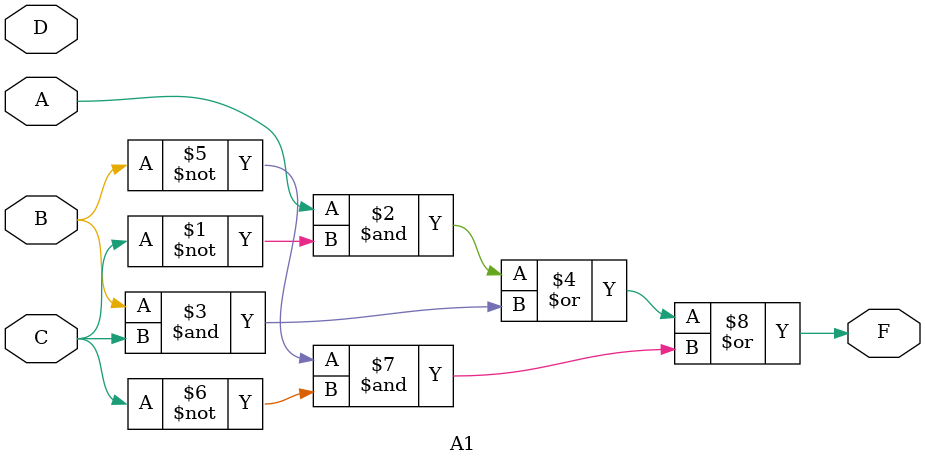
<source format=v>
module A1(A,B,C,D,F);
   input A,B,C,D;
   output F;
   assign F=(A & ~C)|(B & C)|(~B & ~C);
   
endmodule








</source>
